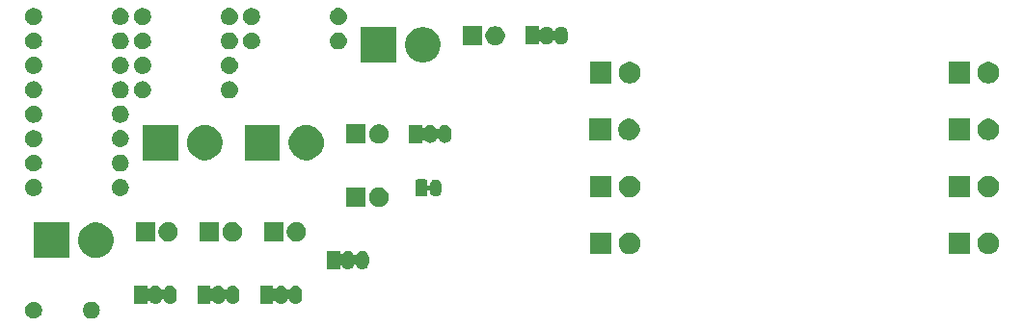
<source format=gbr>
G04 #@! TF.GenerationSoftware,KiCad,Pcbnew,(5.0.1-3-g963ef8bb5)*
G04 #@! TF.CreationDate,2019-07-07T12:57:12+09:00*
G04 #@! TF.ProjectId,Edge Light Tree,45646765204C6967687420547265652E,rev?*
G04 #@! TF.SameCoordinates,Original*
G04 #@! TF.FileFunction,Soldermask,Top*
G04 #@! TF.FilePolarity,Negative*
%FSLAX46Y46*%
G04 Gerber Fmt 4.6, Leading zero omitted, Abs format (unit mm)*
G04 Created by KiCad (PCBNEW (5.0.1-3-g963ef8bb5)) date 2019 July 07, Sunday 12:57:12*
%MOMM*%
%LPD*%
G01*
G04 APERTURE LIST*
%ADD10C,0.100000*%
G04 APERTURE END LIST*
D10*
G36*
X122866665Y-102148622D02*
X122940222Y-102155867D01*
X123081786Y-102198810D01*
X123212252Y-102268546D01*
X123326606Y-102362394D01*
X123420454Y-102476748D01*
X123490190Y-102607214D01*
X123533133Y-102748778D01*
X123547633Y-102896000D01*
X123533133Y-103043222D01*
X123490190Y-103184786D01*
X123420454Y-103315252D01*
X123326606Y-103429606D01*
X123212252Y-103523454D01*
X123081786Y-103593190D01*
X122940222Y-103636133D01*
X122866665Y-103643378D01*
X122829888Y-103647000D01*
X122756112Y-103647000D01*
X122719335Y-103643378D01*
X122645778Y-103636133D01*
X122504214Y-103593190D01*
X122373748Y-103523454D01*
X122259394Y-103429606D01*
X122165546Y-103315252D01*
X122095810Y-103184786D01*
X122052867Y-103043222D01*
X122038367Y-102896000D01*
X122052867Y-102748778D01*
X122095810Y-102607214D01*
X122165546Y-102476748D01*
X122259394Y-102362394D01*
X122373748Y-102268546D01*
X122504214Y-102198810D01*
X122645778Y-102155867D01*
X122719335Y-102148622D01*
X122756112Y-102145000D01*
X122829888Y-102145000D01*
X122866665Y-102148622D01*
X122866665Y-102148622D01*
G37*
G36*
X117841600Y-102155867D02*
X117932059Y-102173860D01*
X118068732Y-102230472D01*
X118125715Y-102268547D01*
X118191738Y-102312662D01*
X118296338Y-102417262D01*
X118296340Y-102417265D01*
X118378528Y-102540268D01*
X118435140Y-102676941D01*
X118464000Y-102822033D01*
X118464000Y-102969967D01*
X118435140Y-103115059D01*
X118378528Y-103251732D01*
X118297446Y-103373079D01*
X118296338Y-103374738D01*
X118191738Y-103479338D01*
X118191735Y-103479340D01*
X118068732Y-103561528D01*
X117932059Y-103618140D01*
X117845004Y-103635456D01*
X117786969Y-103647000D01*
X117639031Y-103647000D01*
X117580996Y-103635456D01*
X117493941Y-103618140D01*
X117357268Y-103561528D01*
X117234265Y-103479340D01*
X117234262Y-103479338D01*
X117129662Y-103374738D01*
X117128554Y-103373079D01*
X117047472Y-103251732D01*
X116990860Y-103115059D01*
X116962000Y-102969967D01*
X116962000Y-102822033D01*
X116990860Y-102676941D01*
X117047472Y-102540268D01*
X117129660Y-102417265D01*
X117129662Y-102417262D01*
X117234262Y-102312662D01*
X117300285Y-102268547D01*
X117357268Y-102230472D01*
X117493941Y-102173860D01*
X117584400Y-102155867D01*
X117639031Y-102145000D01*
X117786969Y-102145000D01*
X117841600Y-102155867D01*
X117841600Y-102155867D01*
G37*
G36*
X140825915Y-100733334D02*
X140934491Y-100766271D01*
X141034556Y-100819756D01*
X141122264Y-100891736D01*
X141194244Y-100979443D01*
X141247729Y-101079508D01*
X141280666Y-101188084D01*
X141289000Y-101272702D01*
X141289000Y-101779297D01*
X141280666Y-101863916D01*
X141247729Y-101972492D01*
X141194244Y-102072557D01*
X141122264Y-102160264D01*
X141034557Y-102232244D01*
X140934492Y-102285729D01*
X140825916Y-102318666D01*
X140713000Y-102329787D01*
X140600085Y-102318666D01*
X140491509Y-102285729D01*
X140391444Y-102232244D01*
X140350705Y-102198810D01*
X140303739Y-102160266D01*
X140303737Y-102160264D01*
X140231757Y-102072557D01*
X140188240Y-101991143D01*
X140174627Y-101970768D01*
X140157299Y-101953441D01*
X140136925Y-101939827D01*
X140114286Y-101930450D01*
X140090253Y-101925669D01*
X140065748Y-101925669D01*
X140041715Y-101930449D01*
X140019076Y-101939827D01*
X139998701Y-101953440D01*
X139981374Y-101970768D01*
X139967760Y-101991143D01*
X139924244Y-102072557D01*
X139852264Y-102160264D01*
X139764557Y-102232244D01*
X139664492Y-102285729D01*
X139555916Y-102318666D01*
X139443000Y-102329787D01*
X139330085Y-102318666D01*
X139221509Y-102285729D01*
X139121444Y-102232244D01*
X139033737Y-102160264D01*
X138970626Y-102083364D01*
X138953299Y-102066036D01*
X138932924Y-102052423D01*
X138910285Y-102043045D01*
X138886252Y-102038265D01*
X138861748Y-102038265D01*
X138837714Y-102043046D01*
X138815075Y-102052423D01*
X138794701Y-102066037D01*
X138777373Y-102083364D01*
X138763760Y-102103739D01*
X138754382Y-102126378D01*
X138749000Y-102162663D01*
X138749000Y-102327000D01*
X137597000Y-102327000D01*
X137597000Y-100725000D01*
X138749000Y-100725000D01*
X138749000Y-100889337D01*
X138751402Y-100913723D01*
X138758515Y-100937172D01*
X138770066Y-100958783D01*
X138785612Y-100977725D01*
X138804554Y-100993271D01*
X138826165Y-101004822D01*
X138849614Y-101011935D01*
X138874000Y-101014337D01*
X138898386Y-101011935D01*
X138921835Y-101004822D01*
X138943446Y-100993271D01*
X138970626Y-100968636D01*
X139033734Y-100891739D01*
X139033736Y-100891736D01*
X139121443Y-100819756D01*
X139221508Y-100766271D01*
X139330084Y-100733334D01*
X139443000Y-100722213D01*
X139555915Y-100733334D01*
X139664491Y-100766271D01*
X139764556Y-100819756D01*
X139852264Y-100891736D01*
X139924244Y-100979443D01*
X139967767Y-101060869D01*
X139981373Y-101081232D01*
X139998700Y-101098560D01*
X140019075Y-101112174D01*
X140041713Y-101121551D01*
X140065747Y-101126332D01*
X140090251Y-101126332D01*
X140114285Y-101121552D01*
X140136924Y-101112175D01*
X140157298Y-101098561D01*
X140174626Y-101081234D01*
X140188240Y-101060858D01*
X140231756Y-100979444D01*
X140303734Y-100891739D01*
X140303736Y-100891736D01*
X140391443Y-100819756D01*
X140491508Y-100766271D01*
X140600084Y-100733334D01*
X140713000Y-100722213D01*
X140825915Y-100733334D01*
X140825915Y-100733334D01*
G37*
G36*
X135315915Y-100733334D02*
X135424491Y-100766271D01*
X135524556Y-100819756D01*
X135612264Y-100891736D01*
X135684244Y-100979443D01*
X135737729Y-101079508D01*
X135770666Y-101188084D01*
X135779000Y-101272702D01*
X135779000Y-101779297D01*
X135770666Y-101863916D01*
X135737729Y-101972492D01*
X135684244Y-102072557D01*
X135612264Y-102160264D01*
X135524557Y-102232244D01*
X135424492Y-102285729D01*
X135315916Y-102318666D01*
X135203000Y-102329787D01*
X135090085Y-102318666D01*
X134981509Y-102285729D01*
X134881444Y-102232244D01*
X134840705Y-102198810D01*
X134793739Y-102160266D01*
X134793737Y-102160264D01*
X134721757Y-102072557D01*
X134678240Y-101991143D01*
X134664627Y-101970768D01*
X134647299Y-101953441D01*
X134626925Y-101939827D01*
X134604286Y-101930450D01*
X134580253Y-101925669D01*
X134555748Y-101925669D01*
X134531715Y-101930449D01*
X134509076Y-101939827D01*
X134488701Y-101953440D01*
X134471374Y-101970768D01*
X134457760Y-101991143D01*
X134414244Y-102072557D01*
X134342264Y-102160264D01*
X134254557Y-102232244D01*
X134154492Y-102285729D01*
X134045916Y-102318666D01*
X133933000Y-102329787D01*
X133820085Y-102318666D01*
X133711509Y-102285729D01*
X133611444Y-102232244D01*
X133523737Y-102160264D01*
X133460626Y-102083364D01*
X133443299Y-102066036D01*
X133422924Y-102052423D01*
X133400285Y-102043045D01*
X133376252Y-102038265D01*
X133351748Y-102038265D01*
X133327714Y-102043046D01*
X133305075Y-102052423D01*
X133284701Y-102066037D01*
X133267373Y-102083364D01*
X133253760Y-102103739D01*
X133244382Y-102126378D01*
X133239000Y-102162663D01*
X133239000Y-102327000D01*
X132087000Y-102327000D01*
X132087000Y-100725000D01*
X133239000Y-100725000D01*
X133239000Y-100889337D01*
X133241402Y-100913723D01*
X133248515Y-100937172D01*
X133260066Y-100958783D01*
X133275612Y-100977725D01*
X133294554Y-100993271D01*
X133316165Y-101004822D01*
X133339614Y-101011935D01*
X133364000Y-101014337D01*
X133388386Y-101011935D01*
X133411835Y-101004822D01*
X133433446Y-100993271D01*
X133460626Y-100968636D01*
X133523734Y-100891739D01*
X133523736Y-100891736D01*
X133611443Y-100819756D01*
X133711508Y-100766271D01*
X133820084Y-100733334D01*
X133933000Y-100722213D01*
X134045915Y-100733334D01*
X134154491Y-100766271D01*
X134254556Y-100819756D01*
X134342264Y-100891736D01*
X134414244Y-100979443D01*
X134457767Y-101060869D01*
X134471373Y-101081232D01*
X134488700Y-101098560D01*
X134509075Y-101112174D01*
X134531713Y-101121551D01*
X134555747Y-101126332D01*
X134580251Y-101126332D01*
X134604285Y-101121552D01*
X134626924Y-101112175D01*
X134647298Y-101098561D01*
X134664626Y-101081234D01*
X134678240Y-101060858D01*
X134721756Y-100979444D01*
X134793734Y-100891739D01*
X134793736Y-100891736D01*
X134881443Y-100819756D01*
X134981508Y-100766271D01*
X135090084Y-100733334D01*
X135203000Y-100722213D01*
X135315915Y-100733334D01*
X135315915Y-100733334D01*
G37*
G36*
X129805915Y-100733334D02*
X129914491Y-100766271D01*
X130014556Y-100819756D01*
X130102264Y-100891736D01*
X130174244Y-100979443D01*
X130227729Y-101079508D01*
X130260666Y-101188084D01*
X130269000Y-101272702D01*
X130269000Y-101779297D01*
X130260666Y-101863916D01*
X130227729Y-101972492D01*
X130174244Y-102072557D01*
X130102264Y-102160264D01*
X130014557Y-102232244D01*
X129914492Y-102285729D01*
X129805916Y-102318666D01*
X129693000Y-102329787D01*
X129580085Y-102318666D01*
X129471509Y-102285729D01*
X129371444Y-102232244D01*
X129330705Y-102198810D01*
X129283739Y-102160266D01*
X129283737Y-102160264D01*
X129211757Y-102072557D01*
X129168240Y-101991143D01*
X129154627Y-101970768D01*
X129137299Y-101953441D01*
X129116925Y-101939827D01*
X129094286Y-101930450D01*
X129070253Y-101925669D01*
X129045748Y-101925669D01*
X129021715Y-101930449D01*
X128999076Y-101939827D01*
X128978701Y-101953440D01*
X128961374Y-101970768D01*
X128947760Y-101991143D01*
X128904244Y-102072557D01*
X128832264Y-102160264D01*
X128744557Y-102232244D01*
X128644492Y-102285729D01*
X128535916Y-102318666D01*
X128423000Y-102329787D01*
X128310085Y-102318666D01*
X128201509Y-102285729D01*
X128101444Y-102232244D01*
X128013737Y-102160264D01*
X127950626Y-102083364D01*
X127933299Y-102066036D01*
X127912924Y-102052423D01*
X127890285Y-102043045D01*
X127866252Y-102038265D01*
X127841748Y-102038265D01*
X127817714Y-102043046D01*
X127795075Y-102052423D01*
X127774701Y-102066037D01*
X127757373Y-102083364D01*
X127743760Y-102103739D01*
X127734382Y-102126378D01*
X127729000Y-102162663D01*
X127729000Y-102327000D01*
X126577000Y-102327000D01*
X126577000Y-100725000D01*
X127729000Y-100725000D01*
X127729000Y-100889337D01*
X127731402Y-100913723D01*
X127738515Y-100937172D01*
X127750066Y-100958783D01*
X127765612Y-100977725D01*
X127784554Y-100993271D01*
X127806165Y-101004822D01*
X127829614Y-101011935D01*
X127854000Y-101014337D01*
X127878386Y-101011935D01*
X127901835Y-101004822D01*
X127923446Y-100993271D01*
X127950626Y-100968636D01*
X128013734Y-100891739D01*
X128013736Y-100891736D01*
X128101443Y-100819756D01*
X128201508Y-100766271D01*
X128310084Y-100733334D01*
X128423000Y-100722213D01*
X128535915Y-100733334D01*
X128644491Y-100766271D01*
X128744556Y-100819756D01*
X128832264Y-100891736D01*
X128904244Y-100979443D01*
X128947767Y-101060869D01*
X128961373Y-101081232D01*
X128978700Y-101098560D01*
X128999075Y-101112174D01*
X129021713Y-101121551D01*
X129045747Y-101126332D01*
X129070251Y-101126332D01*
X129094285Y-101121552D01*
X129116924Y-101112175D01*
X129137298Y-101098561D01*
X129154626Y-101081234D01*
X129168240Y-101060858D01*
X129211756Y-100979444D01*
X129283734Y-100891739D01*
X129283736Y-100891736D01*
X129371443Y-100819756D01*
X129471508Y-100766271D01*
X129580084Y-100733334D01*
X129693000Y-100722213D01*
X129805915Y-100733334D01*
X129805915Y-100733334D01*
G37*
G36*
X146695915Y-97683734D02*
X146804491Y-97716671D01*
X146904556Y-97770156D01*
X146992264Y-97842136D01*
X147064244Y-97929843D01*
X147117729Y-98029908D01*
X147150666Y-98138484D01*
X147159000Y-98223102D01*
X147159000Y-98729697D01*
X147150666Y-98814316D01*
X147117729Y-98922892D01*
X147064244Y-99022957D01*
X146992264Y-99110664D01*
X146904557Y-99182644D01*
X146804492Y-99236129D01*
X146695916Y-99269066D01*
X146583000Y-99280187D01*
X146470085Y-99269066D01*
X146361509Y-99236129D01*
X146261444Y-99182644D01*
X146173737Y-99110664D01*
X146101757Y-99022957D01*
X146058240Y-98941543D01*
X146044627Y-98921168D01*
X146027299Y-98903841D01*
X146006925Y-98890227D01*
X145984286Y-98880850D01*
X145960253Y-98876069D01*
X145935748Y-98876069D01*
X145911715Y-98880849D01*
X145889076Y-98890227D01*
X145868701Y-98903840D01*
X145851374Y-98921168D01*
X145837760Y-98941543D01*
X145794244Y-99022957D01*
X145722264Y-99110664D01*
X145634557Y-99182644D01*
X145534492Y-99236129D01*
X145425916Y-99269066D01*
X145313000Y-99280187D01*
X145200085Y-99269066D01*
X145091509Y-99236129D01*
X144991444Y-99182644D01*
X144903737Y-99110664D01*
X144840626Y-99033764D01*
X144823299Y-99016436D01*
X144802924Y-99002823D01*
X144780285Y-98993445D01*
X144756252Y-98988665D01*
X144731748Y-98988665D01*
X144707714Y-98993446D01*
X144685075Y-99002823D01*
X144664701Y-99016437D01*
X144647373Y-99033764D01*
X144633760Y-99054139D01*
X144624382Y-99076778D01*
X144619000Y-99113063D01*
X144619000Y-99277400D01*
X143467000Y-99277400D01*
X143467000Y-97675400D01*
X144619000Y-97675400D01*
X144619000Y-97839737D01*
X144621402Y-97864123D01*
X144628515Y-97887572D01*
X144640066Y-97909183D01*
X144655612Y-97928125D01*
X144674554Y-97943671D01*
X144696165Y-97955222D01*
X144719614Y-97962335D01*
X144744000Y-97964737D01*
X144768386Y-97962335D01*
X144791835Y-97955222D01*
X144813446Y-97943671D01*
X144840626Y-97919036D01*
X144903734Y-97842139D01*
X144903736Y-97842136D01*
X144991443Y-97770156D01*
X145091508Y-97716671D01*
X145200084Y-97683734D01*
X145313000Y-97672613D01*
X145425915Y-97683734D01*
X145534491Y-97716671D01*
X145634556Y-97770156D01*
X145722264Y-97842136D01*
X145794244Y-97929843D01*
X145837767Y-98011269D01*
X145851373Y-98031632D01*
X145868700Y-98048960D01*
X145889075Y-98062574D01*
X145911713Y-98071951D01*
X145935747Y-98076732D01*
X145960251Y-98076732D01*
X145984285Y-98071952D01*
X146006924Y-98062575D01*
X146027298Y-98048961D01*
X146044626Y-98031634D01*
X146058240Y-98011258D01*
X146101756Y-97929844D01*
X146173734Y-97842139D01*
X146173736Y-97842136D01*
X146261443Y-97770156D01*
X146361508Y-97716671D01*
X146470084Y-97683734D01*
X146583000Y-97672613D01*
X146695915Y-97683734D01*
X146695915Y-97683734D01*
G37*
G36*
X120849000Y-98297400D02*
X117747000Y-98297400D01*
X117747000Y-95195400D01*
X120849000Y-95195400D01*
X120849000Y-98297400D01*
X120849000Y-98297400D01*
G37*
G36*
X123530527Y-95235136D02*
X123630410Y-95255004D01*
X123912674Y-95371921D01*
X124166705Y-95541659D01*
X124382741Y-95757695D01*
X124552479Y-96011726D01*
X124655860Y-96261312D01*
X124669396Y-96293991D01*
X124729000Y-96593638D01*
X124729000Y-96899162D01*
X124727573Y-96906335D01*
X124669396Y-97198810D01*
X124552479Y-97481074D01*
X124382741Y-97735105D01*
X124166705Y-97951141D01*
X123912674Y-98120879D01*
X123630410Y-98237796D01*
X123530527Y-98257664D01*
X123330762Y-98297400D01*
X123025238Y-98297400D01*
X122825473Y-98257664D01*
X122725590Y-98237796D01*
X122443326Y-98120879D01*
X122189295Y-97951141D01*
X121973259Y-97735105D01*
X121803521Y-97481074D01*
X121686604Y-97198810D01*
X121628427Y-96906335D01*
X121627000Y-96899162D01*
X121627000Y-96593638D01*
X121686604Y-96293991D01*
X121700140Y-96261312D01*
X121803521Y-96011726D01*
X121973259Y-95757695D01*
X122189295Y-95541659D01*
X122443326Y-95371921D01*
X122725590Y-95255004D01*
X122825473Y-95235136D01*
X123025238Y-95195400D01*
X123330762Y-95195400D01*
X123530527Y-95235136D01*
X123530527Y-95235136D01*
G37*
G36*
X201817396Y-96085546D02*
X201990466Y-96157234D01*
X202146230Y-96261312D01*
X202278688Y-96393770D01*
X202382766Y-96549534D01*
X202454454Y-96722604D01*
X202491000Y-96906333D01*
X202491000Y-97093667D01*
X202454454Y-97277396D01*
X202382766Y-97450466D01*
X202278688Y-97606230D01*
X202146230Y-97738688D01*
X201990466Y-97842766D01*
X201817396Y-97914454D01*
X201633667Y-97951000D01*
X201446333Y-97951000D01*
X201262604Y-97914454D01*
X201089534Y-97842766D01*
X200933770Y-97738688D01*
X200801312Y-97606230D01*
X200697234Y-97450466D01*
X200625546Y-97277396D01*
X200589000Y-97093667D01*
X200589000Y-96906333D01*
X200625546Y-96722604D01*
X200697234Y-96549534D01*
X200801312Y-96393770D01*
X200933770Y-96261312D01*
X201089534Y-96157234D01*
X201262604Y-96085546D01*
X201446333Y-96049000D01*
X201633667Y-96049000D01*
X201817396Y-96085546D01*
X201817396Y-96085546D01*
G37*
G36*
X170317396Y-96085546D02*
X170490466Y-96157234D01*
X170646230Y-96261312D01*
X170778688Y-96393770D01*
X170882766Y-96549534D01*
X170954454Y-96722604D01*
X170991000Y-96906333D01*
X170991000Y-97093667D01*
X170954454Y-97277396D01*
X170882766Y-97450466D01*
X170778688Y-97606230D01*
X170646230Y-97738688D01*
X170490466Y-97842766D01*
X170317396Y-97914454D01*
X170133667Y-97951000D01*
X169946333Y-97951000D01*
X169762604Y-97914454D01*
X169589534Y-97842766D01*
X169433770Y-97738688D01*
X169301312Y-97606230D01*
X169197234Y-97450466D01*
X169125546Y-97277396D01*
X169089000Y-97093667D01*
X169089000Y-96906333D01*
X169125546Y-96722604D01*
X169197234Y-96549534D01*
X169301312Y-96393770D01*
X169433770Y-96261312D01*
X169589534Y-96157234D01*
X169762604Y-96085546D01*
X169946333Y-96049000D01*
X170133667Y-96049000D01*
X170317396Y-96085546D01*
X170317396Y-96085546D01*
G37*
G36*
X168451000Y-97951000D02*
X166549000Y-97951000D01*
X166549000Y-96049000D01*
X168451000Y-96049000D01*
X168451000Y-97951000D01*
X168451000Y-97951000D01*
G37*
G36*
X199951000Y-97951000D02*
X198049000Y-97951000D01*
X198049000Y-96049000D01*
X199951000Y-96049000D01*
X199951000Y-97951000D01*
X199951000Y-97951000D01*
G37*
G36*
X129781228Y-95178103D02*
X129936100Y-95242253D01*
X130075481Y-95335385D01*
X130194015Y-95453919D01*
X130287147Y-95593300D01*
X130351297Y-95748172D01*
X130384000Y-95912584D01*
X130384000Y-96080216D01*
X130351297Y-96244628D01*
X130287147Y-96399500D01*
X130194015Y-96538881D01*
X130075481Y-96657415D01*
X129936100Y-96750547D01*
X129781228Y-96814697D01*
X129616816Y-96847400D01*
X129449184Y-96847400D01*
X129284772Y-96814697D01*
X129129900Y-96750547D01*
X128990519Y-96657415D01*
X128871985Y-96538881D01*
X128778853Y-96399500D01*
X128714703Y-96244628D01*
X128682000Y-96080216D01*
X128682000Y-95912584D01*
X128714703Y-95748172D01*
X128778853Y-95593300D01*
X128871985Y-95453919D01*
X128990519Y-95335385D01*
X129129900Y-95242253D01*
X129284772Y-95178103D01*
X129449184Y-95145400D01*
X129616816Y-95145400D01*
X129781228Y-95178103D01*
X129781228Y-95178103D01*
G37*
G36*
X128384000Y-96847400D02*
X126682000Y-96847400D01*
X126682000Y-95145400D01*
X128384000Y-95145400D01*
X128384000Y-96847400D01*
X128384000Y-96847400D01*
G37*
G36*
X134014000Y-96847400D02*
X132312000Y-96847400D01*
X132312000Y-95145400D01*
X134014000Y-95145400D01*
X134014000Y-96847400D01*
X134014000Y-96847400D01*
G37*
G36*
X135411228Y-95178103D02*
X135566100Y-95242253D01*
X135705481Y-95335385D01*
X135824015Y-95453919D01*
X135917147Y-95593300D01*
X135981297Y-95748172D01*
X136014000Y-95912584D01*
X136014000Y-96080216D01*
X135981297Y-96244628D01*
X135917147Y-96399500D01*
X135824015Y-96538881D01*
X135705481Y-96657415D01*
X135566100Y-96750547D01*
X135411228Y-96814697D01*
X135246816Y-96847400D01*
X135079184Y-96847400D01*
X134914772Y-96814697D01*
X134759900Y-96750547D01*
X134620519Y-96657415D01*
X134501985Y-96538881D01*
X134408853Y-96399500D01*
X134344703Y-96244628D01*
X134312000Y-96080216D01*
X134312000Y-95912584D01*
X134344703Y-95748172D01*
X134408853Y-95593300D01*
X134501985Y-95453919D01*
X134620519Y-95335385D01*
X134759900Y-95242253D01*
X134914772Y-95178103D01*
X135079184Y-95145400D01*
X135246816Y-95145400D01*
X135411228Y-95178103D01*
X135411228Y-95178103D01*
G37*
G36*
X139644000Y-96847400D02*
X137942000Y-96847400D01*
X137942000Y-95145400D01*
X139644000Y-95145400D01*
X139644000Y-96847400D01*
X139644000Y-96847400D01*
G37*
G36*
X141041228Y-95178103D02*
X141196100Y-95242253D01*
X141335481Y-95335385D01*
X141454015Y-95453919D01*
X141547147Y-95593300D01*
X141611297Y-95748172D01*
X141644000Y-95912584D01*
X141644000Y-96080216D01*
X141611297Y-96244628D01*
X141547147Y-96399500D01*
X141454015Y-96538881D01*
X141335481Y-96657415D01*
X141196100Y-96750547D01*
X141041228Y-96814697D01*
X140876816Y-96847400D01*
X140709184Y-96847400D01*
X140544772Y-96814697D01*
X140389900Y-96750547D01*
X140250519Y-96657415D01*
X140131985Y-96538881D01*
X140038853Y-96399500D01*
X139974703Y-96244628D01*
X139942000Y-96080216D01*
X139942000Y-95912584D01*
X139974703Y-95748172D01*
X140038853Y-95593300D01*
X140131985Y-95453919D01*
X140250519Y-95335385D01*
X140389900Y-95242253D01*
X140544772Y-95178103D01*
X140709184Y-95145400D01*
X140876816Y-95145400D01*
X141041228Y-95178103D01*
X141041228Y-95178103D01*
G37*
G36*
X146884000Y-93797400D02*
X145182000Y-93797400D01*
X145182000Y-92095400D01*
X146884000Y-92095400D01*
X146884000Y-93797400D01*
X146884000Y-93797400D01*
G37*
G36*
X148281228Y-92128103D02*
X148436100Y-92192253D01*
X148575481Y-92285385D01*
X148694015Y-92403919D01*
X148787147Y-92543300D01*
X148851297Y-92698172D01*
X148884000Y-92862584D01*
X148884000Y-93030216D01*
X148851297Y-93194628D01*
X148787147Y-93349500D01*
X148694015Y-93488881D01*
X148575481Y-93607415D01*
X148436100Y-93700547D01*
X148281228Y-93764697D01*
X148116816Y-93797400D01*
X147949184Y-93797400D01*
X147784772Y-93764697D01*
X147629900Y-93700547D01*
X147490519Y-93607415D01*
X147371985Y-93488881D01*
X147278853Y-93349500D01*
X147214703Y-93194628D01*
X147182000Y-93030216D01*
X147182000Y-92862584D01*
X147214703Y-92698172D01*
X147278853Y-92543300D01*
X147371985Y-92403919D01*
X147490519Y-92285385D01*
X147629900Y-92192253D01*
X147784772Y-92128103D01*
X147949184Y-92095400D01*
X148116816Y-92095400D01*
X148281228Y-92128103D01*
X148281228Y-92128103D01*
G37*
G36*
X170317396Y-91085546D02*
X170490466Y-91157234D01*
X170646230Y-91261312D01*
X170778688Y-91393770D01*
X170882766Y-91549534D01*
X170954454Y-91722604D01*
X170991000Y-91906333D01*
X170991000Y-92093667D01*
X170954454Y-92277396D01*
X170882766Y-92450466D01*
X170778688Y-92606230D01*
X170646230Y-92738688D01*
X170490466Y-92842766D01*
X170317396Y-92914454D01*
X170133667Y-92951000D01*
X169946333Y-92951000D01*
X169762604Y-92914454D01*
X169589534Y-92842766D01*
X169433770Y-92738688D01*
X169301312Y-92606230D01*
X169197234Y-92450466D01*
X169125546Y-92277396D01*
X169089000Y-92093667D01*
X169089000Y-91906333D01*
X169125546Y-91722604D01*
X169197234Y-91549534D01*
X169301312Y-91393770D01*
X169433770Y-91261312D01*
X169589534Y-91157234D01*
X169762604Y-91085546D01*
X169946333Y-91049000D01*
X170133667Y-91049000D01*
X170317396Y-91085546D01*
X170317396Y-91085546D01*
G37*
G36*
X168451000Y-92951000D02*
X166549000Y-92951000D01*
X166549000Y-91049000D01*
X168451000Y-91049000D01*
X168451000Y-92951000D01*
X168451000Y-92951000D01*
G37*
G36*
X199951000Y-92951000D02*
X198049000Y-92951000D01*
X198049000Y-91049000D01*
X199951000Y-91049000D01*
X199951000Y-92951000D01*
X199951000Y-92951000D01*
G37*
G36*
X201817396Y-91085546D02*
X201990466Y-91157234D01*
X202146230Y-91261312D01*
X202278688Y-91393770D01*
X202382766Y-91549534D01*
X202454454Y-91722604D01*
X202491000Y-91906333D01*
X202491000Y-92093667D01*
X202454454Y-92277396D01*
X202382766Y-92450466D01*
X202278688Y-92606230D01*
X202146230Y-92738688D01*
X201990466Y-92842766D01*
X201817396Y-92914454D01*
X201633667Y-92951000D01*
X201446333Y-92951000D01*
X201262604Y-92914454D01*
X201089534Y-92842766D01*
X200933770Y-92738688D01*
X200801312Y-92606230D01*
X200697234Y-92450466D01*
X200625546Y-92277396D01*
X200589000Y-92093667D01*
X200589000Y-91906333D01*
X200625546Y-91722604D01*
X200697234Y-91549534D01*
X200801312Y-91393770D01*
X200933770Y-91261312D01*
X201089534Y-91157234D01*
X201262604Y-91085546D01*
X201446333Y-91049000D01*
X201633667Y-91049000D01*
X201817396Y-91085546D01*
X201817396Y-91085546D01*
G37*
G36*
X153121212Y-91392649D02*
X153215651Y-91421297D01*
X153302687Y-91467818D01*
X153378975Y-91530425D01*
X153441582Y-91606713D01*
X153488103Y-91693748D01*
X153516751Y-91788187D01*
X153524000Y-91861788D01*
X153524000Y-92411012D01*
X153516751Y-92484613D01*
X153488103Y-92579052D01*
X153441582Y-92666087D01*
X153378975Y-92742375D01*
X153302687Y-92804982D01*
X153215652Y-92851503D01*
X153121213Y-92880151D01*
X153023000Y-92889824D01*
X152924788Y-92880151D01*
X152830349Y-92851503D01*
X152743314Y-92804982D01*
X152667026Y-92742375D01*
X152604419Y-92666087D01*
X152572423Y-92606227D01*
X152557898Y-92579053D01*
X152538666Y-92515652D01*
X152529250Y-92484613D01*
X152523398Y-92425196D01*
X152518617Y-92401163D01*
X152509240Y-92378524D01*
X152495626Y-92358149D01*
X152478299Y-92340822D01*
X152457924Y-92327209D01*
X152435285Y-92317831D01*
X152411252Y-92313051D01*
X152386747Y-92313051D01*
X152362714Y-92317832D01*
X152340075Y-92327209D01*
X152319700Y-92340823D01*
X152302373Y-92358150D01*
X152288760Y-92378525D01*
X152279382Y-92401164D01*
X152274000Y-92437449D01*
X152274000Y-92693260D01*
X152269795Y-92735960D01*
X152259131Y-92771111D01*
X152241814Y-92803509D01*
X152218508Y-92831908D01*
X152190109Y-92855214D01*
X152157711Y-92872531D01*
X152122560Y-92883195D01*
X152079860Y-92887400D01*
X151466140Y-92887400D01*
X151423440Y-92883195D01*
X151388289Y-92872531D01*
X151355891Y-92855214D01*
X151327492Y-92831908D01*
X151304186Y-92803509D01*
X151286869Y-92771111D01*
X151276205Y-92735960D01*
X151272000Y-92693260D01*
X151272000Y-91579540D01*
X151276205Y-91536840D01*
X151286869Y-91501689D01*
X151304186Y-91469291D01*
X151327492Y-91440892D01*
X151355891Y-91417586D01*
X151388289Y-91400269D01*
X151423440Y-91389605D01*
X151466140Y-91385400D01*
X152079860Y-91385400D01*
X152122560Y-91389605D01*
X152157711Y-91400269D01*
X152190109Y-91417586D01*
X152218508Y-91440892D01*
X152241814Y-91469291D01*
X152259131Y-91501689D01*
X152269795Y-91536840D01*
X152274000Y-91579540D01*
X152274000Y-91835352D01*
X152276402Y-91859738D01*
X152283515Y-91883187D01*
X152295066Y-91904798D01*
X152310612Y-91923740D01*
X152329554Y-91939286D01*
X152351165Y-91950837D01*
X152374614Y-91957950D01*
X152399000Y-91960352D01*
X152423386Y-91957950D01*
X152446835Y-91950837D01*
X152468446Y-91939286D01*
X152487388Y-91923740D01*
X152502934Y-91904798D01*
X152514485Y-91883187D01*
X152523396Y-91847612D01*
X152529249Y-91788188D01*
X152557897Y-91693749D01*
X152604418Y-91606713D01*
X152667025Y-91530425D01*
X152743313Y-91467818D01*
X152830348Y-91421297D01*
X152924787Y-91392649D01*
X153023000Y-91382976D01*
X153121212Y-91392649D01*
X153121212Y-91392649D01*
G37*
G36*
X117841600Y-91356267D02*
X117932059Y-91374260D01*
X118068732Y-91430872D01*
X118125715Y-91468947D01*
X118191738Y-91513062D01*
X118296338Y-91617662D01*
X118296340Y-91617665D01*
X118378528Y-91740668D01*
X118435140Y-91877341D01*
X118440907Y-91906335D01*
X118464000Y-92022431D01*
X118464000Y-92170369D01*
X118452456Y-92228404D01*
X118435140Y-92315459D01*
X118378528Y-92452132D01*
X118317611Y-92543300D01*
X118296338Y-92575138D01*
X118191738Y-92679738D01*
X118191735Y-92679740D01*
X118068732Y-92761928D01*
X117932059Y-92818540D01*
X117845004Y-92835856D01*
X117786969Y-92847400D01*
X117639031Y-92847400D01*
X117580996Y-92835856D01*
X117493941Y-92818540D01*
X117357268Y-92761928D01*
X117234265Y-92679740D01*
X117234262Y-92679738D01*
X117129662Y-92575138D01*
X117108389Y-92543300D01*
X117047472Y-92452132D01*
X116990860Y-92315459D01*
X116973544Y-92228404D01*
X116962000Y-92170369D01*
X116962000Y-92022431D01*
X116985093Y-91906335D01*
X116990860Y-91877341D01*
X117047472Y-91740668D01*
X117129660Y-91617665D01*
X117129662Y-91617662D01*
X117234262Y-91513062D01*
X117300285Y-91468947D01*
X117357268Y-91430872D01*
X117493941Y-91374260D01*
X117584400Y-91356267D01*
X117639031Y-91345400D01*
X117786969Y-91345400D01*
X117841600Y-91356267D01*
X117841600Y-91356267D01*
G37*
G36*
X125406665Y-91349022D02*
X125480222Y-91356267D01*
X125621786Y-91399210D01*
X125752252Y-91468946D01*
X125866606Y-91562794D01*
X125960454Y-91677148D01*
X126030190Y-91807614D01*
X126073133Y-91949178D01*
X126087633Y-92096400D01*
X126073133Y-92243622D01*
X126030190Y-92385186D01*
X125960454Y-92515652D01*
X125866606Y-92630006D01*
X125752252Y-92723854D01*
X125621786Y-92793590D01*
X125480222Y-92836533D01*
X125416947Y-92842765D01*
X125369888Y-92847400D01*
X125296112Y-92847400D01*
X125249053Y-92842765D01*
X125185778Y-92836533D01*
X125044214Y-92793590D01*
X124913748Y-92723854D01*
X124799394Y-92630006D01*
X124705546Y-92515652D01*
X124635810Y-92385186D01*
X124592867Y-92243622D01*
X124578367Y-92096400D01*
X124592867Y-91949178D01*
X124635810Y-91807614D01*
X124705546Y-91677148D01*
X124799394Y-91562794D01*
X124913748Y-91468946D01*
X125044214Y-91399210D01*
X125185778Y-91356267D01*
X125259335Y-91349022D01*
X125296112Y-91345400D01*
X125369888Y-91345400D01*
X125406665Y-91349022D01*
X125406665Y-91349022D01*
G37*
G36*
X117841600Y-89206267D02*
X117932059Y-89224260D01*
X118068732Y-89280872D01*
X118125715Y-89318947D01*
X118191738Y-89363062D01*
X118296338Y-89467662D01*
X118296340Y-89467665D01*
X118378528Y-89590668D01*
X118435140Y-89727341D01*
X118464000Y-89872433D01*
X118464000Y-90020367D01*
X118435140Y-90165459D01*
X118378528Y-90302132D01*
X118297446Y-90423479D01*
X118296338Y-90425138D01*
X118191738Y-90529738D01*
X118191735Y-90529740D01*
X118068732Y-90611928D01*
X117932059Y-90668540D01*
X117845004Y-90685856D01*
X117786969Y-90697400D01*
X117639031Y-90697400D01*
X117580996Y-90685856D01*
X117493941Y-90668540D01*
X117357268Y-90611928D01*
X117234265Y-90529740D01*
X117234262Y-90529738D01*
X117129662Y-90425138D01*
X117128554Y-90423479D01*
X117047472Y-90302132D01*
X116990860Y-90165459D01*
X116962000Y-90020367D01*
X116962000Y-89872433D01*
X116990860Y-89727341D01*
X117047472Y-89590668D01*
X117129660Y-89467665D01*
X117129662Y-89467662D01*
X117234262Y-89363062D01*
X117300285Y-89318947D01*
X117357268Y-89280872D01*
X117493941Y-89224260D01*
X117584400Y-89206267D01*
X117639031Y-89195400D01*
X117786969Y-89195400D01*
X117841600Y-89206267D01*
X117841600Y-89206267D01*
G37*
G36*
X125406665Y-89199022D02*
X125480222Y-89206267D01*
X125621786Y-89249210D01*
X125752252Y-89318946D01*
X125866606Y-89412794D01*
X125960454Y-89527148D01*
X126030190Y-89657614D01*
X126073133Y-89799178D01*
X126087633Y-89946400D01*
X126073133Y-90093622D01*
X126030190Y-90235186D01*
X125960454Y-90365652D01*
X125866606Y-90480006D01*
X125752252Y-90573854D01*
X125621786Y-90643590D01*
X125480222Y-90686533D01*
X125406665Y-90693778D01*
X125369888Y-90697400D01*
X125296112Y-90697400D01*
X125259335Y-90693778D01*
X125185778Y-90686533D01*
X125044214Y-90643590D01*
X124913748Y-90573854D01*
X124799394Y-90480006D01*
X124705546Y-90365652D01*
X124635810Y-90235186D01*
X124592867Y-90093622D01*
X124578367Y-89946400D01*
X124592867Y-89799178D01*
X124635810Y-89657614D01*
X124705546Y-89527148D01*
X124799394Y-89412794D01*
X124913748Y-89318946D01*
X125044214Y-89249210D01*
X125185778Y-89206267D01*
X125259335Y-89199022D01*
X125296112Y-89195400D01*
X125369888Y-89195400D01*
X125406665Y-89199022D01*
X125406665Y-89199022D01*
G37*
G36*
X133100527Y-86635136D02*
X133200410Y-86655004D01*
X133482674Y-86771921D01*
X133736705Y-86941659D01*
X133952741Y-87157695D01*
X134122479Y-87411726D01*
X134239396Y-87693990D01*
X134258539Y-87790227D01*
X134299000Y-87993638D01*
X134299000Y-88299162D01*
X134260326Y-88493590D01*
X134239396Y-88598810D01*
X134122479Y-88881074D01*
X133952741Y-89135105D01*
X133736705Y-89351141D01*
X133482674Y-89520879D01*
X133200410Y-89637796D01*
X133100778Y-89657614D01*
X132900762Y-89697400D01*
X132595238Y-89697400D01*
X132395222Y-89657614D01*
X132295590Y-89637796D01*
X132013326Y-89520879D01*
X131759295Y-89351141D01*
X131543259Y-89135105D01*
X131373521Y-88881074D01*
X131256604Y-88598810D01*
X131235674Y-88493590D01*
X131197000Y-88299162D01*
X131197000Y-87993638D01*
X131237461Y-87790227D01*
X131256604Y-87693990D01*
X131373521Y-87411726D01*
X131543259Y-87157695D01*
X131759295Y-86941659D01*
X132013326Y-86771921D01*
X132295590Y-86655004D01*
X132395473Y-86635136D01*
X132595238Y-86595400D01*
X132900762Y-86595400D01*
X133100527Y-86635136D01*
X133100527Y-86635136D01*
G37*
G36*
X142030527Y-86635136D02*
X142130410Y-86655004D01*
X142412674Y-86771921D01*
X142666705Y-86941659D01*
X142882741Y-87157695D01*
X143052479Y-87411726D01*
X143169396Y-87693990D01*
X143188539Y-87790227D01*
X143229000Y-87993638D01*
X143229000Y-88299162D01*
X143190326Y-88493590D01*
X143169396Y-88598810D01*
X143052479Y-88881074D01*
X142882741Y-89135105D01*
X142666705Y-89351141D01*
X142412674Y-89520879D01*
X142130410Y-89637796D01*
X142030778Y-89657614D01*
X141830762Y-89697400D01*
X141525238Y-89697400D01*
X141325222Y-89657614D01*
X141225590Y-89637796D01*
X140943326Y-89520879D01*
X140689295Y-89351141D01*
X140473259Y-89135105D01*
X140303521Y-88881074D01*
X140186604Y-88598810D01*
X140165674Y-88493590D01*
X140127000Y-88299162D01*
X140127000Y-87993638D01*
X140167461Y-87790227D01*
X140186604Y-87693990D01*
X140303521Y-87411726D01*
X140473259Y-87157695D01*
X140689295Y-86941659D01*
X140943326Y-86771921D01*
X141225590Y-86655004D01*
X141325473Y-86635136D01*
X141525238Y-86595400D01*
X141830762Y-86595400D01*
X142030527Y-86635136D01*
X142030527Y-86635136D01*
G37*
G36*
X130419000Y-89697400D02*
X127317000Y-89697400D01*
X127317000Y-86595400D01*
X130419000Y-86595400D01*
X130419000Y-89697400D01*
X130419000Y-89697400D01*
G37*
G36*
X139349000Y-89697400D02*
X136247000Y-89697400D01*
X136247000Y-86595400D01*
X139349000Y-86595400D01*
X139349000Y-89697400D01*
X139349000Y-89697400D01*
G37*
G36*
X125406665Y-87049022D02*
X125480222Y-87056267D01*
X125621786Y-87099210D01*
X125752252Y-87168946D01*
X125866606Y-87262794D01*
X125960454Y-87377148D01*
X126030190Y-87507614D01*
X126073133Y-87649178D01*
X126087633Y-87796400D01*
X126073133Y-87943622D01*
X126030190Y-88085186D01*
X125960454Y-88215652D01*
X125866606Y-88330006D01*
X125752252Y-88423854D01*
X125621786Y-88493590D01*
X125480222Y-88536533D01*
X125406665Y-88543778D01*
X125369888Y-88547400D01*
X125296112Y-88547400D01*
X125259335Y-88543778D01*
X125185778Y-88536533D01*
X125044214Y-88493590D01*
X124913748Y-88423854D01*
X124799394Y-88330006D01*
X124705546Y-88215652D01*
X124635810Y-88085186D01*
X124592867Y-87943622D01*
X124578367Y-87796400D01*
X124592867Y-87649178D01*
X124635810Y-87507614D01*
X124705546Y-87377148D01*
X124799394Y-87262794D01*
X124913748Y-87168946D01*
X125044214Y-87099210D01*
X125185778Y-87056267D01*
X125259335Y-87049022D01*
X125296112Y-87045400D01*
X125369888Y-87045400D01*
X125406665Y-87049022D01*
X125406665Y-87049022D01*
G37*
G36*
X117841600Y-87056267D02*
X117932059Y-87074260D01*
X118068732Y-87130872D01*
X118125715Y-87168947D01*
X118191738Y-87213062D01*
X118296338Y-87317662D01*
X118296340Y-87317665D01*
X118378528Y-87440668D01*
X118435140Y-87577341D01*
X118440886Y-87606230D01*
X118464000Y-87722431D01*
X118464000Y-87870369D01*
X118454836Y-87916437D01*
X118435140Y-88015459D01*
X118378528Y-88152132D01*
X118314872Y-88247400D01*
X118296338Y-88275138D01*
X118191738Y-88379738D01*
X118191735Y-88379740D01*
X118068732Y-88461928D01*
X117932059Y-88518540D01*
X117845004Y-88535856D01*
X117786969Y-88547400D01*
X117639031Y-88547400D01*
X117580996Y-88535856D01*
X117493941Y-88518540D01*
X117357268Y-88461928D01*
X117234265Y-88379740D01*
X117234262Y-88379738D01*
X117129662Y-88275138D01*
X117111128Y-88247400D01*
X117047472Y-88152132D01*
X116990860Y-88015459D01*
X116971164Y-87916437D01*
X116962000Y-87870369D01*
X116962000Y-87722431D01*
X116985114Y-87606230D01*
X116990860Y-87577341D01*
X117047472Y-87440668D01*
X117129660Y-87317665D01*
X117129662Y-87317662D01*
X117234262Y-87213062D01*
X117300285Y-87168947D01*
X117357268Y-87130872D01*
X117493941Y-87074260D01*
X117584400Y-87056267D01*
X117639031Y-87045400D01*
X117786969Y-87045400D01*
X117841600Y-87056267D01*
X117841600Y-87056267D01*
G37*
G36*
X148281228Y-86578103D02*
X148436100Y-86642253D01*
X148575481Y-86735385D01*
X148694015Y-86853919D01*
X148787147Y-86993300D01*
X148851297Y-87148172D01*
X148884000Y-87312584D01*
X148884000Y-87480216D01*
X148851297Y-87644628D01*
X148787147Y-87799500D01*
X148694015Y-87938881D01*
X148575481Y-88057415D01*
X148436100Y-88150547D01*
X148281228Y-88214697D01*
X148116816Y-88247400D01*
X147949184Y-88247400D01*
X147784772Y-88214697D01*
X147629900Y-88150547D01*
X147490519Y-88057415D01*
X147371985Y-87938881D01*
X147278853Y-87799500D01*
X147214703Y-87644628D01*
X147182000Y-87480216D01*
X147182000Y-87312584D01*
X147214703Y-87148172D01*
X147278853Y-86993300D01*
X147371985Y-86853919D01*
X147490519Y-86735385D01*
X147629900Y-86642253D01*
X147784772Y-86578103D01*
X147949184Y-86545400D01*
X148116816Y-86545400D01*
X148281228Y-86578103D01*
X148281228Y-86578103D01*
G37*
G36*
X146884000Y-88247400D02*
X145182000Y-88247400D01*
X145182000Y-86545400D01*
X146884000Y-86545400D01*
X146884000Y-88247400D01*
X146884000Y-88247400D01*
G37*
G36*
X153935915Y-86583734D02*
X154044491Y-86616671D01*
X154144556Y-86670156D01*
X154232264Y-86742136D01*
X154304244Y-86829843D01*
X154357729Y-86929908D01*
X154390666Y-87038484D01*
X154399000Y-87123102D01*
X154399000Y-87629697D01*
X154390666Y-87714316D01*
X154357729Y-87822892D01*
X154304244Y-87922957D01*
X154232264Y-88010664D01*
X154144557Y-88082644D01*
X154044492Y-88136129D01*
X153935916Y-88169066D01*
X153823000Y-88180187D01*
X153710085Y-88169066D01*
X153601509Y-88136129D01*
X153501444Y-88082644D01*
X153470701Y-88057414D01*
X153413739Y-88010666D01*
X153399764Y-87993638D01*
X153341757Y-87922957D01*
X153337212Y-87914453D01*
X153298240Y-87841543D01*
X153284627Y-87821168D01*
X153267299Y-87803841D01*
X153246925Y-87790227D01*
X153224286Y-87780850D01*
X153200253Y-87776069D01*
X153175748Y-87776069D01*
X153151715Y-87780849D01*
X153129076Y-87790227D01*
X153108701Y-87803840D01*
X153091374Y-87821168D01*
X153077760Y-87841543D01*
X153034244Y-87922957D01*
X152962264Y-88010664D01*
X152874557Y-88082644D01*
X152774492Y-88136129D01*
X152665916Y-88169066D01*
X152553000Y-88180187D01*
X152440085Y-88169066D01*
X152331509Y-88136129D01*
X152231444Y-88082644D01*
X152143737Y-88010664D01*
X152097348Y-87954139D01*
X152080626Y-87933764D01*
X152063299Y-87916436D01*
X152042924Y-87902823D01*
X152020285Y-87893445D01*
X151996252Y-87888665D01*
X151971748Y-87888665D01*
X151947714Y-87893446D01*
X151925075Y-87902823D01*
X151904701Y-87916437D01*
X151887373Y-87933764D01*
X151873760Y-87954139D01*
X151864382Y-87976778D01*
X151859000Y-88013063D01*
X151859000Y-88177400D01*
X150707000Y-88177400D01*
X150707000Y-86575400D01*
X151859000Y-86575400D01*
X151859000Y-86739737D01*
X151861402Y-86764123D01*
X151868515Y-86787572D01*
X151880066Y-86809183D01*
X151895612Y-86828125D01*
X151914554Y-86843671D01*
X151936165Y-86855222D01*
X151959614Y-86862335D01*
X151984000Y-86864737D01*
X152008386Y-86862335D01*
X152031835Y-86855222D01*
X152053446Y-86843671D01*
X152080626Y-86819036D01*
X152143734Y-86742139D01*
X152143736Y-86742136D01*
X152231443Y-86670156D01*
X152331508Y-86616671D01*
X152440084Y-86583734D01*
X152553000Y-86572613D01*
X152665915Y-86583734D01*
X152774491Y-86616671D01*
X152874556Y-86670156D01*
X152962264Y-86742136D01*
X153034244Y-86829843D01*
X153077767Y-86911269D01*
X153091373Y-86931632D01*
X153108700Y-86948960D01*
X153129075Y-86962574D01*
X153151713Y-86971951D01*
X153175747Y-86976732D01*
X153200251Y-86976732D01*
X153224285Y-86971952D01*
X153246924Y-86962575D01*
X153267298Y-86948961D01*
X153284626Y-86931634D01*
X153298240Y-86911258D01*
X153341756Y-86829844D01*
X153413734Y-86742139D01*
X153413736Y-86742136D01*
X153501443Y-86670156D01*
X153601508Y-86616671D01*
X153710084Y-86583734D01*
X153823000Y-86572613D01*
X153935915Y-86583734D01*
X153935915Y-86583734D01*
G37*
G36*
X201817396Y-86085546D02*
X201990466Y-86157234D01*
X202146230Y-86261312D01*
X202278688Y-86393770D01*
X202382766Y-86549534D01*
X202454454Y-86722604D01*
X202491000Y-86906333D01*
X202491000Y-87093667D01*
X202454454Y-87277396D01*
X202382766Y-87450466D01*
X202278688Y-87606230D01*
X202146230Y-87738688D01*
X201990466Y-87842766D01*
X201817396Y-87914454D01*
X201633667Y-87951000D01*
X201446333Y-87951000D01*
X201262604Y-87914454D01*
X201089534Y-87842766D01*
X200933770Y-87738688D01*
X200801312Y-87606230D01*
X200697234Y-87450466D01*
X200625546Y-87277396D01*
X200589000Y-87093667D01*
X200589000Y-86906333D01*
X200625546Y-86722604D01*
X200697234Y-86549534D01*
X200801312Y-86393770D01*
X200933770Y-86261312D01*
X201089534Y-86157234D01*
X201262604Y-86085546D01*
X201446333Y-86049000D01*
X201633667Y-86049000D01*
X201817396Y-86085546D01*
X201817396Y-86085546D01*
G37*
G36*
X199951000Y-87951000D02*
X198049000Y-87951000D01*
X198049000Y-86049000D01*
X199951000Y-86049000D01*
X199951000Y-87951000D01*
X199951000Y-87951000D01*
G37*
G36*
X170277396Y-86085546D02*
X170450466Y-86157234D01*
X170606230Y-86261312D01*
X170738688Y-86393770D01*
X170842766Y-86549534D01*
X170914454Y-86722604D01*
X170951000Y-86906333D01*
X170951000Y-87093667D01*
X170914454Y-87277396D01*
X170842766Y-87450466D01*
X170738688Y-87606230D01*
X170606230Y-87738688D01*
X170450466Y-87842766D01*
X170277396Y-87914454D01*
X170093667Y-87951000D01*
X169906333Y-87951000D01*
X169722604Y-87914454D01*
X169549534Y-87842766D01*
X169393770Y-87738688D01*
X169261312Y-87606230D01*
X169157234Y-87450466D01*
X169085546Y-87277396D01*
X169049000Y-87093667D01*
X169049000Y-86906333D01*
X169085546Y-86722604D01*
X169157234Y-86549534D01*
X169261312Y-86393770D01*
X169393770Y-86261312D01*
X169549534Y-86157234D01*
X169722604Y-86085546D01*
X169906333Y-86049000D01*
X170093667Y-86049000D01*
X170277396Y-86085546D01*
X170277396Y-86085546D01*
G37*
G36*
X168411000Y-87951000D02*
X166509000Y-87951000D01*
X166509000Y-86049000D01*
X168411000Y-86049000D01*
X168411000Y-87951000D01*
X168411000Y-87951000D01*
G37*
G36*
X125406665Y-84899022D02*
X125480222Y-84906267D01*
X125621786Y-84949210D01*
X125752252Y-85018946D01*
X125866606Y-85112794D01*
X125960454Y-85227148D01*
X126030190Y-85357614D01*
X126073133Y-85499178D01*
X126087633Y-85646400D01*
X126073133Y-85793622D01*
X126030190Y-85935186D01*
X125960454Y-86065652D01*
X125866606Y-86180006D01*
X125752252Y-86273854D01*
X125621786Y-86343590D01*
X125480222Y-86386533D01*
X125406743Y-86393770D01*
X125369888Y-86397400D01*
X125296112Y-86397400D01*
X125259257Y-86393770D01*
X125185778Y-86386533D01*
X125044214Y-86343590D01*
X124913748Y-86273854D01*
X124799394Y-86180006D01*
X124705546Y-86065652D01*
X124635810Y-85935186D01*
X124592867Y-85793622D01*
X124578367Y-85646400D01*
X124592867Y-85499178D01*
X124635810Y-85357614D01*
X124705546Y-85227148D01*
X124799394Y-85112794D01*
X124913748Y-85018946D01*
X125044214Y-84949210D01*
X125185778Y-84906267D01*
X125259335Y-84899022D01*
X125296112Y-84895400D01*
X125369888Y-84895400D01*
X125406665Y-84899022D01*
X125406665Y-84899022D01*
G37*
G36*
X117841600Y-84906267D02*
X117932059Y-84924260D01*
X118068732Y-84980872D01*
X118125715Y-85018947D01*
X118191738Y-85063062D01*
X118296338Y-85167662D01*
X118296340Y-85167665D01*
X118378528Y-85290668D01*
X118435140Y-85427341D01*
X118464000Y-85572433D01*
X118464000Y-85720367D01*
X118435140Y-85865459D01*
X118378528Y-86002132D01*
X118322792Y-86085547D01*
X118296338Y-86125138D01*
X118191738Y-86229738D01*
X118191735Y-86229740D01*
X118068732Y-86311928D01*
X117932059Y-86368540D01*
X117845004Y-86385856D01*
X117786969Y-86397400D01*
X117639031Y-86397400D01*
X117580996Y-86385856D01*
X117493941Y-86368540D01*
X117357268Y-86311928D01*
X117234265Y-86229740D01*
X117234262Y-86229738D01*
X117129662Y-86125138D01*
X117103208Y-86085547D01*
X117047472Y-86002132D01*
X116990860Y-85865459D01*
X116962000Y-85720367D01*
X116962000Y-85572433D01*
X116990860Y-85427341D01*
X117047472Y-85290668D01*
X117129660Y-85167665D01*
X117129662Y-85167662D01*
X117234262Y-85063062D01*
X117300285Y-85018947D01*
X117357268Y-84980872D01*
X117493941Y-84924260D01*
X117584400Y-84906267D01*
X117639031Y-84895400D01*
X117786969Y-84895400D01*
X117841600Y-84906267D01*
X117841600Y-84906267D01*
G37*
G36*
X134976665Y-82749022D02*
X135050222Y-82756267D01*
X135191786Y-82799210D01*
X135322252Y-82868946D01*
X135436606Y-82962794D01*
X135530454Y-83077148D01*
X135600190Y-83207614D01*
X135643133Y-83349178D01*
X135657633Y-83496400D01*
X135643133Y-83643622D01*
X135600190Y-83785186D01*
X135530454Y-83915652D01*
X135436606Y-84030006D01*
X135322252Y-84123854D01*
X135191786Y-84193590D01*
X135050222Y-84236533D01*
X134976665Y-84243778D01*
X134939888Y-84247400D01*
X134866112Y-84247400D01*
X134829335Y-84243778D01*
X134755778Y-84236533D01*
X134614214Y-84193590D01*
X134483748Y-84123854D01*
X134369394Y-84030006D01*
X134275546Y-83915652D01*
X134205810Y-83785186D01*
X134162867Y-83643622D01*
X134148367Y-83496400D01*
X134162867Y-83349178D01*
X134205810Y-83207614D01*
X134275546Y-83077148D01*
X134369394Y-82962794D01*
X134483748Y-82868946D01*
X134614214Y-82799210D01*
X134755778Y-82756267D01*
X134829335Y-82749022D01*
X134866112Y-82745400D01*
X134939888Y-82745400D01*
X134976665Y-82749022D01*
X134976665Y-82749022D01*
G37*
G36*
X127411600Y-82756267D02*
X127502059Y-82774260D01*
X127638732Y-82830872D01*
X127695715Y-82868947D01*
X127761738Y-82913062D01*
X127866338Y-83017662D01*
X127866340Y-83017665D01*
X127948528Y-83140668D01*
X128005140Y-83277341D01*
X128034000Y-83422433D01*
X128034000Y-83570367D01*
X128005140Y-83715459D01*
X127948528Y-83852132D01*
X127867446Y-83973479D01*
X127866338Y-83975138D01*
X127761738Y-84079738D01*
X127761735Y-84079740D01*
X127638732Y-84161928D01*
X127502059Y-84218540D01*
X127415004Y-84235856D01*
X127356969Y-84247400D01*
X127209031Y-84247400D01*
X127150996Y-84235856D01*
X127063941Y-84218540D01*
X126927268Y-84161928D01*
X126804265Y-84079740D01*
X126804262Y-84079738D01*
X126699662Y-83975138D01*
X126698554Y-83973479D01*
X126617472Y-83852132D01*
X126560860Y-83715459D01*
X126532000Y-83570367D01*
X126532000Y-83422433D01*
X126560860Y-83277341D01*
X126617472Y-83140668D01*
X126699660Y-83017665D01*
X126699662Y-83017662D01*
X126804262Y-82913062D01*
X126870285Y-82868947D01*
X126927268Y-82830872D01*
X127063941Y-82774260D01*
X127154400Y-82756267D01*
X127209031Y-82745400D01*
X127356969Y-82745400D01*
X127411600Y-82756267D01*
X127411600Y-82756267D01*
G37*
G36*
X117841600Y-82756267D02*
X117932059Y-82774260D01*
X118068732Y-82830872D01*
X118125715Y-82868947D01*
X118191738Y-82913062D01*
X118296338Y-83017662D01*
X118296340Y-83017665D01*
X118378528Y-83140668D01*
X118435140Y-83277341D01*
X118464000Y-83422433D01*
X118464000Y-83570367D01*
X118435140Y-83715459D01*
X118378528Y-83852132D01*
X118297446Y-83973479D01*
X118296338Y-83975138D01*
X118191738Y-84079738D01*
X118191735Y-84079740D01*
X118068732Y-84161928D01*
X117932059Y-84218540D01*
X117845004Y-84235856D01*
X117786969Y-84247400D01*
X117639031Y-84247400D01*
X117580996Y-84235856D01*
X117493941Y-84218540D01*
X117357268Y-84161928D01*
X117234265Y-84079740D01*
X117234262Y-84079738D01*
X117129662Y-83975138D01*
X117128554Y-83973479D01*
X117047472Y-83852132D01*
X116990860Y-83715459D01*
X116962000Y-83570367D01*
X116962000Y-83422433D01*
X116990860Y-83277341D01*
X117047472Y-83140668D01*
X117129660Y-83017665D01*
X117129662Y-83017662D01*
X117234262Y-82913062D01*
X117300285Y-82868947D01*
X117357268Y-82830872D01*
X117493941Y-82774260D01*
X117584400Y-82756267D01*
X117639031Y-82745400D01*
X117786969Y-82745400D01*
X117841600Y-82756267D01*
X117841600Y-82756267D01*
G37*
G36*
X125406665Y-82749022D02*
X125480222Y-82756267D01*
X125621786Y-82799210D01*
X125752252Y-82868946D01*
X125866606Y-82962794D01*
X125960454Y-83077148D01*
X126030190Y-83207614D01*
X126073133Y-83349178D01*
X126087633Y-83496400D01*
X126073133Y-83643622D01*
X126030190Y-83785186D01*
X125960454Y-83915652D01*
X125866606Y-84030006D01*
X125752252Y-84123854D01*
X125621786Y-84193590D01*
X125480222Y-84236533D01*
X125406665Y-84243778D01*
X125369888Y-84247400D01*
X125296112Y-84247400D01*
X125259335Y-84243778D01*
X125185778Y-84236533D01*
X125044214Y-84193590D01*
X124913748Y-84123854D01*
X124799394Y-84030006D01*
X124705546Y-83915652D01*
X124635810Y-83785186D01*
X124592867Y-83643622D01*
X124578367Y-83496400D01*
X124592867Y-83349178D01*
X124635810Y-83207614D01*
X124705546Y-83077148D01*
X124799394Y-82962794D01*
X124913748Y-82868946D01*
X125044214Y-82799210D01*
X125185778Y-82756267D01*
X125259335Y-82749022D01*
X125296112Y-82745400D01*
X125369888Y-82745400D01*
X125406665Y-82749022D01*
X125406665Y-82749022D01*
G37*
G36*
X170317396Y-81085546D02*
X170490466Y-81157234D01*
X170646230Y-81261312D01*
X170778688Y-81393770D01*
X170882766Y-81549534D01*
X170954454Y-81722604D01*
X170991000Y-81906333D01*
X170991000Y-82093667D01*
X170954454Y-82277396D01*
X170882766Y-82450466D01*
X170778688Y-82606230D01*
X170646230Y-82738688D01*
X170490466Y-82842766D01*
X170317396Y-82914454D01*
X170133667Y-82951000D01*
X169946333Y-82951000D01*
X169762604Y-82914454D01*
X169589534Y-82842766D01*
X169433770Y-82738688D01*
X169301312Y-82606230D01*
X169197234Y-82450466D01*
X169125546Y-82277396D01*
X169089000Y-82093667D01*
X169089000Y-81906333D01*
X169125546Y-81722604D01*
X169197234Y-81549534D01*
X169301312Y-81393770D01*
X169433770Y-81261312D01*
X169589534Y-81157234D01*
X169762604Y-81085546D01*
X169946333Y-81049000D01*
X170133667Y-81049000D01*
X170317396Y-81085546D01*
X170317396Y-81085546D01*
G37*
G36*
X168451000Y-82951000D02*
X166549000Y-82951000D01*
X166549000Y-81049000D01*
X168451000Y-81049000D01*
X168451000Y-82951000D01*
X168451000Y-82951000D01*
G37*
G36*
X201817396Y-81085546D02*
X201990466Y-81157234D01*
X202146230Y-81261312D01*
X202278688Y-81393770D01*
X202382766Y-81549534D01*
X202454454Y-81722604D01*
X202491000Y-81906333D01*
X202491000Y-82093667D01*
X202454454Y-82277396D01*
X202382766Y-82450466D01*
X202278688Y-82606230D01*
X202146230Y-82738688D01*
X201990466Y-82842766D01*
X201817396Y-82914454D01*
X201633667Y-82951000D01*
X201446333Y-82951000D01*
X201262604Y-82914454D01*
X201089534Y-82842766D01*
X200933770Y-82738688D01*
X200801312Y-82606230D01*
X200697234Y-82450466D01*
X200625546Y-82277396D01*
X200589000Y-82093667D01*
X200589000Y-81906333D01*
X200625546Y-81722604D01*
X200697234Y-81549534D01*
X200801312Y-81393770D01*
X200933770Y-81261312D01*
X201089534Y-81157234D01*
X201262604Y-81085546D01*
X201446333Y-81049000D01*
X201633667Y-81049000D01*
X201817396Y-81085546D01*
X201817396Y-81085546D01*
G37*
G36*
X199951000Y-82951000D02*
X198049000Y-82951000D01*
X198049000Y-81049000D01*
X199951000Y-81049000D01*
X199951000Y-82951000D01*
X199951000Y-82951000D01*
G37*
G36*
X127411600Y-80606267D02*
X127502059Y-80624260D01*
X127638732Y-80680872D01*
X127695715Y-80718947D01*
X127761738Y-80763062D01*
X127866338Y-80867662D01*
X127866340Y-80867665D01*
X127948528Y-80990668D01*
X128005140Y-81127341D01*
X128034000Y-81272433D01*
X128034000Y-81420367D01*
X128005140Y-81565459D01*
X127948528Y-81702132D01*
X127867446Y-81823479D01*
X127866338Y-81825138D01*
X127761738Y-81929738D01*
X127761735Y-81929740D01*
X127638732Y-82011928D01*
X127502059Y-82068540D01*
X127415004Y-82085856D01*
X127356969Y-82097400D01*
X127209031Y-82097400D01*
X127150996Y-82085856D01*
X127063941Y-82068540D01*
X126927268Y-82011928D01*
X126804265Y-81929740D01*
X126804262Y-81929738D01*
X126699662Y-81825138D01*
X126698554Y-81823479D01*
X126617472Y-81702132D01*
X126560860Y-81565459D01*
X126532000Y-81420367D01*
X126532000Y-81272433D01*
X126560860Y-81127341D01*
X126617472Y-80990668D01*
X126699660Y-80867665D01*
X126699662Y-80867662D01*
X126804262Y-80763062D01*
X126870285Y-80718947D01*
X126927268Y-80680872D01*
X127063941Y-80624260D01*
X127154400Y-80606267D01*
X127209031Y-80595400D01*
X127356969Y-80595400D01*
X127411600Y-80606267D01*
X127411600Y-80606267D01*
G37*
G36*
X134976665Y-80599022D02*
X135050222Y-80606267D01*
X135191786Y-80649210D01*
X135322252Y-80718946D01*
X135436606Y-80812794D01*
X135530454Y-80927148D01*
X135600190Y-81057614D01*
X135643133Y-81199178D01*
X135657633Y-81346400D01*
X135643133Y-81493622D01*
X135600190Y-81635186D01*
X135530454Y-81765652D01*
X135436606Y-81880006D01*
X135322252Y-81973854D01*
X135191786Y-82043590D01*
X135050222Y-82086533D01*
X134977809Y-82093665D01*
X134939888Y-82097400D01*
X134866112Y-82097400D01*
X134828191Y-82093665D01*
X134755778Y-82086533D01*
X134614214Y-82043590D01*
X134483748Y-81973854D01*
X134369394Y-81880006D01*
X134275546Y-81765652D01*
X134205810Y-81635186D01*
X134162867Y-81493622D01*
X134148367Y-81346400D01*
X134162867Y-81199178D01*
X134205810Y-81057614D01*
X134275546Y-80927148D01*
X134369394Y-80812794D01*
X134483748Y-80718946D01*
X134614214Y-80649210D01*
X134755778Y-80606267D01*
X134829335Y-80599022D01*
X134866112Y-80595400D01*
X134939888Y-80595400D01*
X134976665Y-80599022D01*
X134976665Y-80599022D01*
G37*
G36*
X125406665Y-80599022D02*
X125480222Y-80606267D01*
X125621786Y-80649210D01*
X125752252Y-80718946D01*
X125866606Y-80812794D01*
X125960454Y-80927148D01*
X126030190Y-81057614D01*
X126073133Y-81199178D01*
X126087633Y-81346400D01*
X126073133Y-81493622D01*
X126030190Y-81635186D01*
X125960454Y-81765652D01*
X125866606Y-81880006D01*
X125752252Y-81973854D01*
X125621786Y-82043590D01*
X125480222Y-82086533D01*
X125407809Y-82093665D01*
X125369888Y-82097400D01*
X125296112Y-82097400D01*
X125258191Y-82093665D01*
X125185778Y-82086533D01*
X125044214Y-82043590D01*
X124913748Y-81973854D01*
X124799394Y-81880006D01*
X124705546Y-81765652D01*
X124635810Y-81635186D01*
X124592867Y-81493622D01*
X124578367Y-81346400D01*
X124592867Y-81199178D01*
X124635810Y-81057614D01*
X124705546Y-80927148D01*
X124799394Y-80812794D01*
X124913748Y-80718946D01*
X125044214Y-80649210D01*
X125185778Y-80606267D01*
X125259335Y-80599022D01*
X125296112Y-80595400D01*
X125369888Y-80595400D01*
X125406665Y-80599022D01*
X125406665Y-80599022D01*
G37*
G36*
X117841600Y-80606267D02*
X117932059Y-80624260D01*
X118068732Y-80680872D01*
X118125715Y-80718947D01*
X118191738Y-80763062D01*
X118296338Y-80867662D01*
X118296340Y-80867665D01*
X118378528Y-80990668D01*
X118435140Y-81127341D01*
X118464000Y-81272433D01*
X118464000Y-81420367D01*
X118435140Y-81565459D01*
X118378528Y-81702132D01*
X118297446Y-81823479D01*
X118296338Y-81825138D01*
X118191738Y-81929738D01*
X118191735Y-81929740D01*
X118068732Y-82011928D01*
X117932059Y-82068540D01*
X117845004Y-82085856D01*
X117786969Y-82097400D01*
X117639031Y-82097400D01*
X117580996Y-82085856D01*
X117493941Y-82068540D01*
X117357268Y-82011928D01*
X117234265Y-81929740D01*
X117234262Y-81929738D01*
X117129662Y-81825138D01*
X117128554Y-81823479D01*
X117047472Y-81702132D01*
X116990860Y-81565459D01*
X116962000Y-81420367D01*
X116962000Y-81272433D01*
X116990860Y-81127341D01*
X117047472Y-80990668D01*
X117129660Y-80867665D01*
X117129662Y-80867662D01*
X117234262Y-80763062D01*
X117300285Y-80718947D01*
X117357268Y-80680872D01*
X117493941Y-80624260D01*
X117584400Y-80606267D01*
X117639031Y-80595400D01*
X117786969Y-80595400D01*
X117841600Y-80606267D01*
X117841600Y-80606267D01*
G37*
G36*
X149559000Y-81097400D02*
X146457000Y-81097400D01*
X146457000Y-77995400D01*
X149559000Y-77995400D01*
X149559000Y-81097400D01*
X149559000Y-81097400D01*
G37*
G36*
X152240527Y-78035136D02*
X152340410Y-78055004D01*
X152622674Y-78171921D01*
X152876705Y-78341659D01*
X153092741Y-78557695D01*
X153262479Y-78811726D01*
X153379396Y-79093990D01*
X153379396Y-79093991D01*
X153439000Y-79393638D01*
X153439000Y-79699162D01*
X153400326Y-79893590D01*
X153379396Y-79998810D01*
X153262479Y-80281074D01*
X153092741Y-80535105D01*
X152876705Y-80751141D01*
X152622674Y-80920879D01*
X152340410Y-81037796D01*
X152240778Y-81057614D01*
X152040762Y-81097400D01*
X151735238Y-81097400D01*
X151535222Y-81057614D01*
X151435590Y-81037796D01*
X151153326Y-80920879D01*
X150899295Y-80751141D01*
X150683259Y-80535105D01*
X150513521Y-80281074D01*
X150396604Y-79998810D01*
X150375674Y-79893590D01*
X150337000Y-79699162D01*
X150337000Y-79393638D01*
X150396604Y-79093991D01*
X150396604Y-79093990D01*
X150513521Y-78811726D01*
X150683259Y-78557695D01*
X150899295Y-78341659D01*
X151153326Y-78171921D01*
X151435590Y-78055004D01*
X151535473Y-78035136D01*
X151735238Y-77995400D01*
X152040762Y-77995400D01*
X152240527Y-78035136D01*
X152240527Y-78035136D01*
G37*
G36*
X144546665Y-78449022D02*
X144620222Y-78456267D01*
X144761786Y-78499210D01*
X144892252Y-78568946D01*
X145006606Y-78662794D01*
X145100454Y-78777148D01*
X145170190Y-78907614D01*
X145213133Y-79049178D01*
X145227633Y-79196400D01*
X145213133Y-79343622D01*
X145170190Y-79485186D01*
X145100454Y-79615652D01*
X145006606Y-79730006D01*
X144892252Y-79823854D01*
X144761786Y-79893590D01*
X144620222Y-79936533D01*
X144546665Y-79943778D01*
X144509888Y-79947400D01*
X144436112Y-79947400D01*
X144399335Y-79943778D01*
X144325778Y-79936533D01*
X144184214Y-79893590D01*
X144053748Y-79823854D01*
X143939394Y-79730006D01*
X143845546Y-79615652D01*
X143775810Y-79485186D01*
X143732867Y-79343622D01*
X143718367Y-79196400D01*
X143732867Y-79049178D01*
X143775810Y-78907614D01*
X143845546Y-78777148D01*
X143939394Y-78662794D01*
X144053748Y-78568946D01*
X144184214Y-78499210D01*
X144325778Y-78456267D01*
X144399335Y-78449022D01*
X144436112Y-78445400D01*
X144509888Y-78445400D01*
X144546665Y-78449022D01*
X144546665Y-78449022D01*
G37*
G36*
X125406665Y-78449022D02*
X125480222Y-78456267D01*
X125621786Y-78499210D01*
X125752252Y-78568946D01*
X125866606Y-78662794D01*
X125960454Y-78777148D01*
X126030190Y-78907614D01*
X126073133Y-79049178D01*
X126087633Y-79196400D01*
X126073133Y-79343622D01*
X126030190Y-79485186D01*
X125960454Y-79615652D01*
X125866606Y-79730006D01*
X125752252Y-79823854D01*
X125621786Y-79893590D01*
X125480222Y-79936533D01*
X125406665Y-79943778D01*
X125369888Y-79947400D01*
X125296112Y-79947400D01*
X125259335Y-79943778D01*
X125185778Y-79936533D01*
X125044214Y-79893590D01*
X124913748Y-79823854D01*
X124799394Y-79730006D01*
X124705546Y-79615652D01*
X124635810Y-79485186D01*
X124592867Y-79343622D01*
X124578367Y-79196400D01*
X124592867Y-79049178D01*
X124635810Y-78907614D01*
X124705546Y-78777148D01*
X124799394Y-78662794D01*
X124913748Y-78568946D01*
X125044214Y-78499210D01*
X125185778Y-78456267D01*
X125259335Y-78449022D01*
X125296112Y-78445400D01*
X125369888Y-78445400D01*
X125406665Y-78449022D01*
X125406665Y-78449022D01*
G37*
G36*
X127411600Y-78456267D02*
X127502059Y-78474260D01*
X127638732Y-78530872D01*
X127695715Y-78568947D01*
X127761738Y-78613062D01*
X127866338Y-78717662D01*
X127866340Y-78717665D01*
X127948528Y-78840668D01*
X128005140Y-78977341D01*
X128019429Y-79049178D01*
X128034000Y-79122431D01*
X128034000Y-79270369D01*
X128022779Y-79326778D01*
X128005140Y-79415459D01*
X127948528Y-79552132D01*
X127867446Y-79673479D01*
X127866338Y-79675138D01*
X127761738Y-79779738D01*
X127761735Y-79779740D01*
X127638732Y-79861928D01*
X127502059Y-79918540D01*
X127415004Y-79935856D01*
X127356969Y-79947400D01*
X127209031Y-79947400D01*
X127150996Y-79935856D01*
X127063941Y-79918540D01*
X126927268Y-79861928D01*
X126804265Y-79779740D01*
X126804262Y-79779738D01*
X126699662Y-79675138D01*
X126698554Y-79673479D01*
X126617472Y-79552132D01*
X126560860Y-79415459D01*
X126543221Y-79326778D01*
X126532000Y-79270369D01*
X126532000Y-79122431D01*
X126546571Y-79049178D01*
X126560860Y-78977341D01*
X126617472Y-78840668D01*
X126699660Y-78717665D01*
X126699662Y-78717662D01*
X126804262Y-78613062D01*
X126870285Y-78568947D01*
X126927268Y-78530872D01*
X127063941Y-78474260D01*
X127154400Y-78456267D01*
X127209031Y-78445400D01*
X127356969Y-78445400D01*
X127411600Y-78456267D01*
X127411600Y-78456267D01*
G37*
G36*
X134976665Y-78449022D02*
X135050222Y-78456267D01*
X135191786Y-78499210D01*
X135322252Y-78568946D01*
X135436606Y-78662794D01*
X135530454Y-78777148D01*
X135600190Y-78907614D01*
X135643133Y-79049178D01*
X135657633Y-79196400D01*
X135643133Y-79343622D01*
X135600190Y-79485186D01*
X135530454Y-79615652D01*
X135436606Y-79730006D01*
X135322252Y-79823854D01*
X135191786Y-79893590D01*
X135050222Y-79936533D01*
X134976665Y-79943778D01*
X134939888Y-79947400D01*
X134866112Y-79947400D01*
X134829335Y-79943778D01*
X134755778Y-79936533D01*
X134614214Y-79893590D01*
X134483748Y-79823854D01*
X134369394Y-79730006D01*
X134275546Y-79615652D01*
X134205810Y-79485186D01*
X134162867Y-79343622D01*
X134148367Y-79196400D01*
X134162867Y-79049178D01*
X134205810Y-78907614D01*
X134275546Y-78777148D01*
X134369394Y-78662794D01*
X134483748Y-78568946D01*
X134614214Y-78499210D01*
X134755778Y-78456267D01*
X134829335Y-78449022D01*
X134866112Y-78445400D01*
X134939888Y-78445400D01*
X134976665Y-78449022D01*
X134976665Y-78449022D01*
G37*
G36*
X136981600Y-78456267D02*
X137072059Y-78474260D01*
X137208732Y-78530872D01*
X137265715Y-78568947D01*
X137331738Y-78613062D01*
X137436338Y-78717662D01*
X137436340Y-78717665D01*
X137518528Y-78840668D01*
X137575140Y-78977341D01*
X137589429Y-79049178D01*
X137604000Y-79122431D01*
X137604000Y-79270369D01*
X137592779Y-79326778D01*
X137575140Y-79415459D01*
X137518528Y-79552132D01*
X137437446Y-79673479D01*
X137436338Y-79675138D01*
X137331738Y-79779738D01*
X137331735Y-79779740D01*
X137208732Y-79861928D01*
X137072059Y-79918540D01*
X136985004Y-79935856D01*
X136926969Y-79947400D01*
X136779031Y-79947400D01*
X136720996Y-79935856D01*
X136633941Y-79918540D01*
X136497268Y-79861928D01*
X136374265Y-79779740D01*
X136374262Y-79779738D01*
X136269662Y-79675138D01*
X136268554Y-79673479D01*
X136187472Y-79552132D01*
X136130860Y-79415459D01*
X136113221Y-79326778D01*
X136102000Y-79270369D01*
X136102000Y-79122431D01*
X136116571Y-79049178D01*
X136130860Y-78977341D01*
X136187472Y-78840668D01*
X136269660Y-78717665D01*
X136269662Y-78717662D01*
X136374262Y-78613062D01*
X136440285Y-78568947D01*
X136497268Y-78530872D01*
X136633941Y-78474260D01*
X136724400Y-78456267D01*
X136779031Y-78445400D01*
X136926969Y-78445400D01*
X136981600Y-78456267D01*
X136981600Y-78456267D01*
G37*
G36*
X117841600Y-78456267D02*
X117932059Y-78474260D01*
X118068732Y-78530872D01*
X118125715Y-78568947D01*
X118191738Y-78613062D01*
X118296338Y-78717662D01*
X118296340Y-78717665D01*
X118378528Y-78840668D01*
X118435140Y-78977341D01*
X118449429Y-79049178D01*
X118464000Y-79122431D01*
X118464000Y-79270369D01*
X118452779Y-79326778D01*
X118435140Y-79415459D01*
X118378528Y-79552132D01*
X118297446Y-79673479D01*
X118296338Y-79675138D01*
X118191738Y-79779738D01*
X118191735Y-79779740D01*
X118068732Y-79861928D01*
X117932059Y-79918540D01*
X117845004Y-79935856D01*
X117786969Y-79947400D01*
X117639031Y-79947400D01*
X117580996Y-79935856D01*
X117493941Y-79918540D01*
X117357268Y-79861928D01*
X117234265Y-79779740D01*
X117234262Y-79779738D01*
X117129662Y-79675138D01*
X117128554Y-79673479D01*
X117047472Y-79552132D01*
X116990860Y-79415459D01*
X116973221Y-79326778D01*
X116962000Y-79270369D01*
X116962000Y-79122431D01*
X116976571Y-79049178D01*
X116990860Y-78977341D01*
X117047472Y-78840668D01*
X117129660Y-78717665D01*
X117129662Y-78717662D01*
X117234262Y-78613062D01*
X117300285Y-78568947D01*
X117357268Y-78530872D01*
X117493941Y-78474260D01*
X117584400Y-78456267D01*
X117639031Y-78445400D01*
X117786969Y-78445400D01*
X117841600Y-78456267D01*
X117841600Y-78456267D01*
G37*
G36*
X158491228Y-77928103D02*
X158646100Y-77992253D01*
X158785481Y-78085385D01*
X158904015Y-78203919D01*
X158997147Y-78343300D01*
X159061297Y-78498172D01*
X159094000Y-78662584D01*
X159094000Y-78830216D01*
X159061297Y-78994628D01*
X158997147Y-79149500D01*
X158904015Y-79288881D01*
X158785481Y-79407415D01*
X158646100Y-79500547D01*
X158491228Y-79564697D01*
X158326816Y-79597400D01*
X158159184Y-79597400D01*
X157994772Y-79564697D01*
X157839900Y-79500547D01*
X157700519Y-79407415D01*
X157581985Y-79288881D01*
X157488853Y-79149500D01*
X157424703Y-78994628D01*
X157392000Y-78830216D01*
X157392000Y-78662584D01*
X157424703Y-78498172D01*
X157488853Y-78343300D01*
X157581985Y-78203919D01*
X157700519Y-78085385D01*
X157839900Y-77992253D01*
X157994772Y-77928103D01*
X158159184Y-77895400D01*
X158326816Y-77895400D01*
X158491228Y-77928103D01*
X158491228Y-77928103D01*
G37*
G36*
X157094000Y-79597400D02*
X155392000Y-79597400D01*
X155392000Y-77895400D01*
X157094000Y-77895400D01*
X157094000Y-79597400D01*
X157094000Y-79597400D01*
G37*
G36*
X164145915Y-77933734D02*
X164254491Y-77966671D01*
X164354556Y-78020156D01*
X164442264Y-78092136D01*
X164514244Y-78179843D01*
X164567729Y-78279908D01*
X164600666Y-78388484D01*
X164609000Y-78473102D01*
X164609000Y-78979697D01*
X164600666Y-79064316D01*
X164567729Y-79172892D01*
X164514244Y-79272957D01*
X164442264Y-79360664D01*
X164354557Y-79432644D01*
X164254492Y-79486129D01*
X164145916Y-79519066D01*
X164033000Y-79530187D01*
X163920085Y-79519066D01*
X163811509Y-79486129D01*
X163711444Y-79432644D01*
X163690504Y-79415459D01*
X163623739Y-79360666D01*
X163609751Y-79343622D01*
X163551757Y-79272957D01*
X163550374Y-79270369D01*
X163508240Y-79191543D01*
X163494627Y-79171168D01*
X163477299Y-79153841D01*
X163456925Y-79140227D01*
X163434286Y-79130850D01*
X163410253Y-79126069D01*
X163385748Y-79126069D01*
X163361715Y-79130849D01*
X163339076Y-79140227D01*
X163318701Y-79153840D01*
X163301374Y-79171168D01*
X163287760Y-79191543D01*
X163244244Y-79272957D01*
X163172264Y-79360664D01*
X163084557Y-79432644D01*
X162984492Y-79486129D01*
X162875916Y-79519066D01*
X162763000Y-79530187D01*
X162650085Y-79519066D01*
X162541509Y-79486129D01*
X162441444Y-79432644D01*
X162353737Y-79360664D01*
X162307348Y-79304139D01*
X162290626Y-79283764D01*
X162273299Y-79266436D01*
X162252924Y-79252823D01*
X162230285Y-79243445D01*
X162206252Y-79238665D01*
X162181748Y-79238665D01*
X162157714Y-79243446D01*
X162135075Y-79252823D01*
X162114701Y-79266437D01*
X162097373Y-79283764D01*
X162083760Y-79304139D01*
X162074382Y-79326778D01*
X162069000Y-79363063D01*
X162069000Y-79527400D01*
X160917000Y-79527400D01*
X160917000Y-77925400D01*
X162069000Y-77925400D01*
X162069000Y-78089737D01*
X162071402Y-78114123D01*
X162078515Y-78137572D01*
X162090066Y-78159183D01*
X162105612Y-78178125D01*
X162124554Y-78193671D01*
X162146165Y-78205222D01*
X162169614Y-78212335D01*
X162194000Y-78214737D01*
X162218386Y-78212335D01*
X162241835Y-78205222D01*
X162263446Y-78193671D01*
X162290626Y-78169036D01*
X162353734Y-78092139D01*
X162353736Y-78092136D01*
X162441443Y-78020156D01*
X162541508Y-77966671D01*
X162650084Y-77933734D01*
X162763000Y-77922613D01*
X162875915Y-77933734D01*
X162984491Y-77966671D01*
X163084556Y-78020156D01*
X163172264Y-78092136D01*
X163244244Y-78179843D01*
X163287767Y-78261269D01*
X163301373Y-78281632D01*
X163318700Y-78298960D01*
X163339075Y-78312574D01*
X163361713Y-78321951D01*
X163385747Y-78326732D01*
X163410251Y-78326732D01*
X163434285Y-78321952D01*
X163456924Y-78312575D01*
X163477298Y-78298961D01*
X163494626Y-78281634D01*
X163508240Y-78261258D01*
X163551756Y-78179844D01*
X163623734Y-78092139D01*
X163623736Y-78092136D01*
X163711443Y-78020156D01*
X163811508Y-77966671D01*
X163920084Y-77933734D01*
X164033000Y-77922613D01*
X164145915Y-77933734D01*
X164145915Y-77933734D01*
G37*
G36*
X136981600Y-76306267D02*
X137072059Y-76324260D01*
X137208732Y-76380872D01*
X137265715Y-76418947D01*
X137331738Y-76463062D01*
X137436338Y-76567662D01*
X137436340Y-76567665D01*
X137518528Y-76690668D01*
X137575140Y-76827341D01*
X137604000Y-76972433D01*
X137604000Y-77120367D01*
X137575140Y-77265459D01*
X137518528Y-77402132D01*
X137437446Y-77523479D01*
X137436338Y-77525138D01*
X137331738Y-77629738D01*
X137331735Y-77629740D01*
X137208732Y-77711928D01*
X137072059Y-77768540D01*
X136985004Y-77785856D01*
X136926969Y-77797400D01*
X136779031Y-77797400D01*
X136720996Y-77785856D01*
X136633941Y-77768540D01*
X136497268Y-77711928D01*
X136374265Y-77629740D01*
X136374262Y-77629738D01*
X136269662Y-77525138D01*
X136268554Y-77523479D01*
X136187472Y-77402132D01*
X136130860Y-77265459D01*
X136102000Y-77120367D01*
X136102000Y-76972433D01*
X136130860Y-76827341D01*
X136187472Y-76690668D01*
X136269660Y-76567665D01*
X136269662Y-76567662D01*
X136374262Y-76463062D01*
X136440285Y-76418947D01*
X136497268Y-76380872D01*
X136633941Y-76324260D01*
X136724400Y-76306267D01*
X136779031Y-76295400D01*
X136926969Y-76295400D01*
X136981600Y-76306267D01*
X136981600Y-76306267D01*
G37*
G36*
X144546665Y-76299022D02*
X144620222Y-76306267D01*
X144761786Y-76349210D01*
X144892252Y-76418946D01*
X145006606Y-76512794D01*
X145100454Y-76627148D01*
X145170190Y-76757614D01*
X145213133Y-76899178D01*
X145227633Y-77046400D01*
X145213133Y-77193622D01*
X145170190Y-77335186D01*
X145100454Y-77465652D01*
X145006606Y-77580006D01*
X144892252Y-77673854D01*
X144761786Y-77743590D01*
X144620222Y-77786533D01*
X144546665Y-77793778D01*
X144509888Y-77797400D01*
X144436112Y-77797400D01*
X144399335Y-77793778D01*
X144325778Y-77786533D01*
X144184214Y-77743590D01*
X144053748Y-77673854D01*
X143939394Y-77580006D01*
X143845546Y-77465652D01*
X143775810Y-77335186D01*
X143732867Y-77193622D01*
X143718367Y-77046400D01*
X143732867Y-76899178D01*
X143775810Y-76757614D01*
X143845546Y-76627148D01*
X143939394Y-76512794D01*
X144053748Y-76418946D01*
X144184214Y-76349210D01*
X144325778Y-76306267D01*
X144399335Y-76299022D01*
X144436112Y-76295400D01*
X144509888Y-76295400D01*
X144546665Y-76299022D01*
X144546665Y-76299022D01*
G37*
G36*
X125406665Y-76299022D02*
X125480222Y-76306267D01*
X125621786Y-76349210D01*
X125752252Y-76418946D01*
X125866606Y-76512794D01*
X125960454Y-76627148D01*
X126030190Y-76757614D01*
X126073133Y-76899178D01*
X126087633Y-77046400D01*
X126073133Y-77193622D01*
X126030190Y-77335186D01*
X125960454Y-77465652D01*
X125866606Y-77580006D01*
X125752252Y-77673854D01*
X125621786Y-77743590D01*
X125480222Y-77786533D01*
X125406665Y-77793778D01*
X125369888Y-77797400D01*
X125296112Y-77797400D01*
X125259335Y-77793778D01*
X125185778Y-77786533D01*
X125044214Y-77743590D01*
X124913748Y-77673854D01*
X124799394Y-77580006D01*
X124705546Y-77465652D01*
X124635810Y-77335186D01*
X124592867Y-77193622D01*
X124578367Y-77046400D01*
X124592867Y-76899178D01*
X124635810Y-76757614D01*
X124705546Y-76627148D01*
X124799394Y-76512794D01*
X124913748Y-76418946D01*
X125044214Y-76349210D01*
X125185778Y-76306267D01*
X125259335Y-76299022D01*
X125296112Y-76295400D01*
X125369888Y-76295400D01*
X125406665Y-76299022D01*
X125406665Y-76299022D01*
G37*
G36*
X117841600Y-76306267D02*
X117932059Y-76324260D01*
X118068732Y-76380872D01*
X118125715Y-76418947D01*
X118191738Y-76463062D01*
X118296338Y-76567662D01*
X118296340Y-76567665D01*
X118378528Y-76690668D01*
X118435140Y-76827341D01*
X118464000Y-76972433D01*
X118464000Y-77120367D01*
X118435140Y-77265459D01*
X118378528Y-77402132D01*
X118297446Y-77523479D01*
X118296338Y-77525138D01*
X118191738Y-77629738D01*
X118191735Y-77629740D01*
X118068732Y-77711928D01*
X117932059Y-77768540D01*
X117845004Y-77785856D01*
X117786969Y-77797400D01*
X117639031Y-77797400D01*
X117580996Y-77785856D01*
X117493941Y-77768540D01*
X117357268Y-77711928D01*
X117234265Y-77629740D01*
X117234262Y-77629738D01*
X117129662Y-77525138D01*
X117128554Y-77523479D01*
X117047472Y-77402132D01*
X116990860Y-77265459D01*
X116962000Y-77120367D01*
X116962000Y-76972433D01*
X116990860Y-76827341D01*
X117047472Y-76690668D01*
X117129660Y-76567665D01*
X117129662Y-76567662D01*
X117234262Y-76463062D01*
X117300285Y-76418947D01*
X117357268Y-76380872D01*
X117493941Y-76324260D01*
X117584400Y-76306267D01*
X117639031Y-76295400D01*
X117786969Y-76295400D01*
X117841600Y-76306267D01*
X117841600Y-76306267D01*
G37*
G36*
X127411600Y-76306267D02*
X127502059Y-76324260D01*
X127638732Y-76380872D01*
X127695715Y-76418947D01*
X127761738Y-76463062D01*
X127866338Y-76567662D01*
X127866340Y-76567665D01*
X127948528Y-76690668D01*
X128005140Y-76827341D01*
X128034000Y-76972433D01*
X128034000Y-77120367D01*
X128005140Y-77265459D01*
X127948528Y-77402132D01*
X127867446Y-77523479D01*
X127866338Y-77525138D01*
X127761738Y-77629738D01*
X127761735Y-77629740D01*
X127638732Y-77711928D01*
X127502059Y-77768540D01*
X127415004Y-77785856D01*
X127356969Y-77797400D01*
X127209031Y-77797400D01*
X127150996Y-77785856D01*
X127063941Y-77768540D01*
X126927268Y-77711928D01*
X126804265Y-77629740D01*
X126804262Y-77629738D01*
X126699662Y-77525138D01*
X126698554Y-77523479D01*
X126617472Y-77402132D01*
X126560860Y-77265459D01*
X126532000Y-77120367D01*
X126532000Y-76972433D01*
X126560860Y-76827341D01*
X126617472Y-76690668D01*
X126699660Y-76567665D01*
X126699662Y-76567662D01*
X126804262Y-76463062D01*
X126870285Y-76418947D01*
X126927268Y-76380872D01*
X127063941Y-76324260D01*
X127154400Y-76306267D01*
X127209031Y-76295400D01*
X127356969Y-76295400D01*
X127411600Y-76306267D01*
X127411600Y-76306267D01*
G37*
G36*
X134976665Y-76299022D02*
X135050222Y-76306267D01*
X135191786Y-76349210D01*
X135322252Y-76418946D01*
X135436606Y-76512794D01*
X135530454Y-76627148D01*
X135600190Y-76757614D01*
X135643133Y-76899178D01*
X135657633Y-77046400D01*
X135643133Y-77193622D01*
X135600190Y-77335186D01*
X135530454Y-77465652D01*
X135436606Y-77580006D01*
X135322252Y-77673854D01*
X135191786Y-77743590D01*
X135050222Y-77786533D01*
X134976665Y-77793778D01*
X134939888Y-77797400D01*
X134866112Y-77797400D01*
X134829335Y-77793778D01*
X134755778Y-77786533D01*
X134614214Y-77743590D01*
X134483748Y-77673854D01*
X134369394Y-77580006D01*
X134275546Y-77465652D01*
X134205810Y-77335186D01*
X134162867Y-77193622D01*
X134148367Y-77046400D01*
X134162867Y-76899178D01*
X134205810Y-76757614D01*
X134275546Y-76627148D01*
X134369394Y-76512794D01*
X134483748Y-76418946D01*
X134614214Y-76349210D01*
X134755778Y-76306267D01*
X134829335Y-76299022D01*
X134866112Y-76295400D01*
X134939888Y-76295400D01*
X134976665Y-76299022D01*
X134976665Y-76299022D01*
G37*
M02*

</source>
